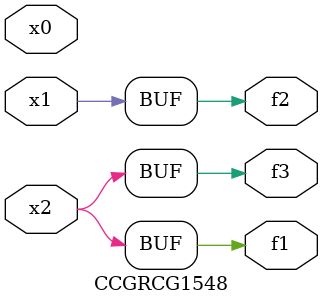
<source format=v>
module CCGRCG1548(
	input x0, x1, x2,
	output f1, f2, f3
);
	assign f1 = x2;
	assign f2 = x1;
	assign f3 = x2;
endmodule

</source>
